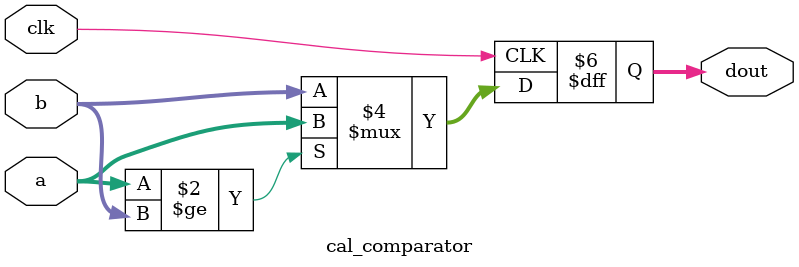
<source format=v>
module cal_comparator
#(
	parameter WIDTH=8
)
(
	input clk,
	input signed [WIDTH-1:0] a,
	input signed [WIDTH-1:0] b,
	output reg signed [WIDTH-1:0] dout
);
	always@(posedge clk) begin
		if(a>=b) begin
			dout<=a;
		end else begin
			dout<=b;
		end
	end
endmodule
</source>
